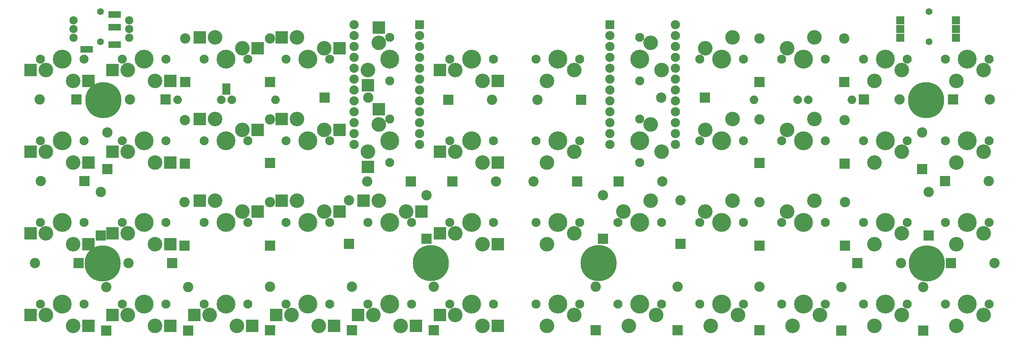
<source format=gts>
G04 #@! TF.FileFunction,Soldermask,Top*
%FSLAX46Y46*%
G04 Gerber Fmt 4.6, Leading zero omitted, Abs format (unit mm)*
G04 Created by KiCad (PCBNEW 4.0.1-stable) date 10-10-2017 08:31:20*
%MOMM*%
G01*
G04 APERTURE LIST*
%ADD10C,0.100000*%
%ADD11C,1.600000*%
%ADD12C,2.000000*%
%ADD13O,2.000000X2.000000*%
%ADD14C,8.400000*%
%ADD15C,2.398980*%
%ADD16R,2.398980X2.398980*%
%ADD17R,1.924000X1.924000*%
%ADD18C,1.924000*%
%ADD19C,4.400000*%
%ADD20C,2.100000*%
%ADD21C,3.400000*%
%ADD22R,2.152600X2.152600*%
%ADD23C,2.152600*%
%ADD24R,2.900000X2.950000*%
%ADD25R,2.950000X2.900000*%
%ADD26R,2.900000X1.600000*%
%ADD27R,1.900000X1.400000*%
G04 APERTURE END LIST*
D10*
D11*
X244855000Y-60815000D03*
X244855000Y-67815000D03*
D12*
X216759000Y-81388000D03*
D13*
X226919000Y-81388000D03*
D12*
X214346000Y-81388000D03*
D13*
X204186000Y-81388000D03*
D14*
X167991000Y-119488000D03*
D15*
X244823460Y-102840000D03*
D16*
X244823460Y-113000000D03*
D15*
X169007000Y-103613000D03*
D16*
X169007000Y-113773000D03*
D15*
X153790000Y-81352540D03*
D16*
X163950000Y-81352540D03*
D15*
X182596000Y-80882540D03*
D16*
X192756000Y-80882540D03*
D15*
X205456000Y-67037000D03*
D16*
X205456000Y-77197000D03*
D15*
X225197460Y-67090000D03*
D16*
X225197460Y-77250000D03*
D15*
X238000000Y-81250000D03*
D16*
X229750000Y-81297460D03*
D15*
X259060000Y-81247460D03*
D16*
X250500000Y-81250000D03*
D15*
X243244380Y-88967000D03*
D16*
X243291840Y-97517000D03*
D15*
X225247460Y-86140000D03*
D16*
X225247460Y-96300000D03*
D15*
X205453460Y-85960000D03*
D16*
X205453460Y-96120000D03*
D15*
X182860000Y-100447460D03*
D16*
X172700000Y-100447460D03*
D15*
X167356000Y-124949000D03*
D16*
X167356000Y-135109000D03*
D15*
X152890000Y-100402540D03*
D16*
X163050000Y-100402540D03*
D15*
X187047460Y-104790000D03*
D16*
X187047460Y-114950000D03*
D15*
X205453460Y-105264000D03*
D16*
X205453460Y-115424000D03*
D15*
X225297460Y-105240000D03*
D16*
X225297460Y-115400000D03*
D15*
X258760000Y-100347460D03*
D16*
X248600000Y-100347460D03*
D15*
X238410000Y-119497460D03*
D16*
X228250000Y-119497460D03*
D15*
X224506000Y-125076000D03*
D16*
X224506000Y-135236000D03*
D15*
X205453460Y-124949000D03*
D16*
X205453460Y-135109000D03*
D15*
X186406000Y-124949000D03*
D16*
X186406000Y-135109000D03*
D15*
X243553460Y-125076000D03*
D16*
X243553460Y-135236000D03*
D14*
X244350000Y-119550000D03*
X244200000Y-81450000D03*
D17*
X238222000Y-66846000D03*
X238222000Y-64846000D03*
X238222000Y-62846000D03*
X238222000Y-66846000D03*
X238222000Y-64846000D03*
X238222000Y-62846000D03*
D18*
X238232000Y-64856000D03*
X238212000Y-62846000D03*
X238232000Y-66856000D03*
D17*
X251186000Y-66846000D03*
X251186000Y-64846000D03*
X251186000Y-62846000D03*
X251186000Y-66846000D03*
X251186000Y-64846000D03*
X251186000Y-62846000D03*
D18*
X251196000Y-64856000D03*
X251176000Y-62846000D03*
X251196000Y-66856000D03*
D15*
X260160000Y-119497460D03*
D16*
X250000000Y-119497460D03*
D19*
X158500000Y-71850000D03*
D20*
X163580000Y-71850000D03*
X153420000Y-71850000D03*
D21*
X162310000Y-74390000D03*
X155960000Y-76930000D03*
D19*
X177550000Y-71850000D03*
D20*
X177550000Y-66770000D03*
X177550000Y-76930000D03*
D21*
X180090000Y-68040000D03*
X182630000Y-74390000D03*
D19*
X196600000Y-71850000D03*
D20*
X191520000Y-71850000D03*
X201680000Y-71850000D03*
D21*
X192790000Y-69310000D03*
X199140000Y-66770000D03*
D19*
X215650000Y-71850000D03*
D20*
X210570000Y-71850000D03*
X220730000Y-71850000D03*
D21*
X211840000Y-69310000D03*
X218190000Y-66770000D03*
D19*
X234700000Y-71850000D03*
D20*
X239780000Y-71850000D03*
X229620000Y-71850000D03*
D21*
X238510000Y-74390000D03*
X232160000Y-76930000D03*
D19*
X253750000Y-71850000D03*
D20*
X258830000Y-71850000D03*
X248670000Y-71850000D03*
D21*
X257560000Y-74390000D03*
X251210000Y-76930000D03*
D19*
X196600000Y-90900000D03*
D20*
X191520000Y-90900000D03*
X201680000Y-90900000D03*
D21*
X192790000Y-88360000D03*
X199140000Y-85820000D03*
D19*
X215650000Y-90900000D03*
D20*
X210570000Y-90900000D03*
X220730000Y-90900000D03*
D21*
X211840000Y-88360000D03*
X218190000Y-85820000D03*
D19*
X234700000Y-90900000D03*
D20*
X239780000Y-90900000D03*
X229620000Y-90900000D03*
D21*
X238510000Y-93440000D03*
X232160000Y-95980000D03*
D19*
X253750000Y-90900000D03*
D20*
X258830000Y-90900000D03*
X248670000Y-90900000D03*
D21*
X257560000Y-93440000D03*
X251210000Y-95980000D03*
D19*
X158500000Y-109950000D03*
D20*
X163580000Y-109950000D03*
X153420000Y-109950000D03*
D21*
X162310000Y-112490000D03*
X155960000Y-115030000D03*
D19*
X177550000Y-109950000D03*
D20*
X172470000Y-109950000D03*
X182630000Y-109950000D03*
D21*
X173740000Y-107410000D03*
X180090000Y-104870000D03*
D19*
X196600000Y-109950000D03*
D20*
X191520000Y-109950000D03*
X201680000Y-109950000D03*
D21*
X192790000Y-107410000D03*
X199140000Y-104870000D03*
D19*
X215650000Y-109950000D03*
D20*
X210570000Y-109950000D03*
X220730000Y-109950000D03*
D21*
X211840000Y-107410000D03*
X218190000Y-104870000D03*
D19*
X234700000Y-109950000D03*
D20*
X239780000Y-109950000D03*
X229620000Y-109950000D03*
D21*
X238510000Y-112490000D03*
X232160000Y-115030000D03*
D19*
X253750000Y-109950000D03*
D20*
X258830000Y-109950000D03*
X248670000Y-109950000D03*
D21*
X257560000Y-112490000D03*
X251210000Y-115030000D03*
D19*
X158500000Y-129000000D03*
D20*
X163580000Y-129000000D03*
X153420000Y-129000000D03*
D21*
X162310000Y-131540000D03*
X155960000Y-134080000D03*
D19*
X177550000Y-129000000D03*
D20*
X182630000Y-129000000D03*
X172470000Y-129000000D03*
D21*
X181360000Y-131540000D03*
X175010000Y-134080000D03*
D19*
X196600000Y-129000000D03*
D20*
X201680000Y-129000000D03*
X191520000Y-129000000D03*
D21*
X200410000Y-131540000D03*
X194060000Y-134080000D03*
D19*
X215650000Y-129000000D03*
D20*
X220730000Y-129000000D03*
X210570000Y-129000000D03*
D21*
X219460000Y-131540000D03*
X213110000Y-134080000D03*
D19*
X234700000Y-129000000D03*
D20*
X239780000Y-129000000D03*
X229620000Y-129000000D03*
D21*
X238510000Y-131540000D03*
X232160000Y-134080000D03*
D19*
X253750000Y-129000000D03*
D20*
X258830000Y-129000000D03*
X248670000Y-129000000D03*
D21*
X257560000Y-131540000D03*
X251210000Y-134080000D03*
D19*
X158500000Y-90900000D03*
D20*
X163580000Y-90900000D03*
X153420000Y-90900000D03*
D21*
X162310000Y-93440000D03*
X155960000Y-95980000D03*
D19*
X177550000Y-90900000D03*
D20*
X177550000Y-85820000D03*
X177550000Y-95980000D03*
D21*
X180090000Y-87090000D03*
X182630000Y-93440000D03*
D22*
X170658000Y-63862000D03*
D23*
X170658000Y-66402000D03*
X170658000Y-68942000D03*
X170658000Y-71482000D03*
X170658000Y-74022000D03*
X170658000Y-76562000D03*
X170658000Y-79102000D03*
X170658000Y-81642000D03*
X170658000Y-84182000D03*
X170658000Y-86722000D03*
X170658000Y-89262000D03*
X170658000Y-91802000D03*
X185898000Y-91802000D03*
X185898000Y-89262000D03*
X185898000Y-86722000D03*
X185898000Y-84182000D03*
X185898000Y-81642000D03*
X185898000Y-79102000D03*
X185898000Y-76562000D03*
X185898000Y-68942000D03*
X185898000Y-66402000D03*
X185898000Y-63862000D03*
X185898000Y-74022000D03*
X185898000Y-71482000D03*
D22*
X126342000Y-63862000D03*
D23*
X126342000Y-66402000D03*
X126342000Y-68942000D03*
X126342000Y-71482000D03*
X126342000Y-74022000D03*
X126342000Y-76562000D03*
X126342000Y-79102000D03*
X126342000Y-81642000D03*
X126342000Y-84182000D03*
X126342000Y-86722000D03*
X126342000Y-89262000D03*
X126342000Y-91802000D03*
X111102000Y-91802000D03*
X111102000Y-89262000D03*
X111102000Y-86722000D03*
X111102000Y-84182000D03*
X111102000Y-81642000D03*
X111102000Y-79102000D03*
X111102000Y-76562000D03*
X111102000Y-68942000D03*
X111102000Y-66402000D03*
X111102000Y-63862000D03*
X111102000Y-74022000D03*
X111102000Y-71482000D03*
D19*
X119450000Y-90900000D03*
D20*
X119450000Y-85820000D03*
X119450000Y-95980000D03*
D21*
X116910000Y-87090000D03*
X114370000Y-93440000D03*
D24*
X114370000Y-96990000D03*
X116910000Y-83540000D03*
D19*
X138500000Y-90900000D03*
D20*
X133420000Y-90900000D03*
X143580000Y-90900000D03*
D21*
X134690000Y-93440000D03*
X141040000Y-95980000D03*
D25*
X144590000Y-95980000D03*
X131140000Y-93440000D03*
D19*
X43250000Y-129000000D03*
D20*
X38170000Y-129000000D03*
X48330000Y-129000000D03*
D21*
X39440000Y-131540000D03*
X45790000Y-134080000D03*
D25*
X49340000Y-134080000D03*
X35890000Y-131540000D03*
D19*
X62300000Y-129000000D03*
D20*
X57220000Y-129000000D03*
X67380000Y-129000000D03*
D21*
X58490000Y-131540000D03*
X64840000Y-134080000D03*
D25*
X68390000Y-134080000D03*
X54940000Y-131540000D03*
D19*
X81350000Y-129000000D03*
D20*
X76270000Y-129000000D03*
X86430000Y-129000000D03*
D21*
X77540000Y-131540000D03*
X83890000Y-134080000D03*
D25*
X87440000Y-134080000D03*
X73990000Y-131540000D03*
D19*
X100400000Y-129000000D03*
D20*
X95320000Y-129000000D03*
X105480000Y-129000000D03*
D21*
X96590000Y-131540000D03*
X102940000Y-134080000D03*
D25*
X106490000Y-134080000D03*
X93040000Y-131540000D03*
D19*
X119450000Y-129000000D03*
D20*
X114370000Y-129000000D03*
X124530000Y-129000000D03*
D21*
X115640000Y-131540000D03*
X121990000Y-134080000D03*
D25*
X125540000Y-134080000D03*
X112090000Y-131540000D03*
D19*
X138500000Y-129000000D03*
D20*
X133420000Y-129000000D03*
X143580000Y-129000000D03*
D21*
X134690000Y-131540000D03*
X141040000Y-134080000D03*
D25*
X144590000Y-134080000D03*
X131140000Y-131540000D03*
D19*
X43250000Y-109950000D03*
D20*
X38170000Y-109950000D03*
X48330000Y-109950000D03*
D21*
X39440000Y-112490000D03*
X45790000Y-115030000D03*
D25*
X49340000Y-115030000D03*
X35890000Y-112490000D03*
D19*
X62300000Y-109950000D03*
D20*
X57220000Y-109950000D03*
X67380000Y-109950000D03*
D21*
X58490000Y-112490000D03*
X64840000Y-115030000D03*
D25*
X68390000Y-115030000D03*
X54940000Y-112490000D03*
D19*
X81350000Y-109950000D03*
D20*
X86430000Y-109950000D03*
X76270000Y-109950000D03*
D21*
X85160000Y-107410000D03*
X78810000Y-104870000D03*
D25*
X75260000Y-104870000D03*
X88710000Y-107410000D03*
D19*
X100400000Y-109950000D03*
D20*
X105480000Y-109950000D03*
X95320000Y-109950000D03*
D21*
X104210000Y-107410000D03*
X97860000Y-104870000D03*
D25*
X94310000Y-104870000D03*
X107760000Y-107410000D03*
D19*
X119450000Y-109950000D03*
D20*
X124530000Y-109950000D03*
X114370000Y-109950000D03*
D21*
X123260000Y-107410000D03*
X116910000Y-104870000D03*
D25*
X113360000Y-104870000D03*
X126810000Y-107410000D03*
D19*
X138500000Y-109950000D03*
D20*
X133420000Y-109950000D03*
X143580000Y-109950000D03*
D21*
X134690000Y-112490000D03*
X141040000Y-115030000D03*
D25*
X144590000Y-115030000D03*
X131140000Y-112490000D03*
D19*
X43250000Y-90900000D03*
D20*
X38170000Y-90900000D03*
X48330000Y-90900000D03*
D21*
X39440000Y-93440000D03*
X45790000Y-95980000D03*
D25*
X49340000Y-95980000D03*
X35890000Y-93440000D03*
D19*
X62300000Y-90900000D03*
D20*
X57220000Y-90900000D03*
X67380000Y-90900000D03*
D21*
X58490000Y-93440000D03*
X64840000Y-95980000D03*
D25*
X68390000Y-95980000D03*
X54940000Y-93440000D03*
D19*
X81350000Y-90900000D03*
D20*
X86430000Y-90900000D03*
X76270000Y-90900000D03*
D21*
X85160000Y-88360000D03*
X78810000Y-85820000D03*
D25*
X75260000Y-85820000D03*
X88710000Y-88360000D03*
D19*
X100400000Y-90900000D03*
D20*
X105480000Y-90900000D03*
X95320000Y-90900000D03*
D21*
X104210000Y-88360000D03*
X97860000Y-85820000D03*
D25*
X94310000Y-85820000D03*
X107760000Y-88360000D03*
D19*
X43250000Y-71850000D03*
D20*
X38170000Y-71850000D03*
X48330000Y-71850000D03*
D21*
X39440000Y-74390000D03*
X45790000Y-76930000D03*
D25*
X49340000Y-76930000D03*
X35890000Y-74390000D03*
D19*
X62300000Y-71850000D03*
D20*
X57220000Y-71850000D03*
X67380000Y-71850000D03*
D21*
X58490000Y-74390000D03*
X64840000Y-76930000D03*
D25*
X68390000Y-76930000D03*
X54940000Y-74390000D03*
D19*
X81350000Y-71850000D03*
D20*
X86430000Y-71850000D03*
X76270000Y-71850000D03*
D21*
X85160000Y-69310000D03*
X78810000Y-66770000D03*
D25*
X75260000Y-66770000D03*
X88710000Y-69310000D03*
D19*
X100400000Y-71850000D03*
D20*
X105480000Y-71850000D03*
X95320000Y-71850000D03*
D21*
X104210000Y-69310000D03*
X97860000Y-66770000D03*
D25*
X94310000Y-66770000D03*
X107760000Y-69310000D03*
D19*
X119450000Y-71850000D03*
D20*
X119450000Y-66770000D03*
X119450000Y-76930000D03*
D21*
X116910000Y-68040000D03*
X114370000Y-74390000D03*
D24*
X114370000Y-77940000D03*
X116910000Y-64490000D03*
D19*
X138500000Y-71850000D03*
D20*
X133420000Y-71850000D03*
X143580000Y-71850000D03*
D21*
X134690000Y-74390000D03*
X141040000Y-76930000D03*
D25*
X144590000Y-76930000D03*
X131140000Y-74390000D03*
D15*
X36840000Y-119497460D03*
D16*
X47000000Y-119497460D03*
D18*
X45804000Y-64856000D03*
X45824000Y-62846000D03*
X45804000Y-66856000D03*
X58768000Y-64856000D03*
X58788000Y-62846000D03*
X58768000Y-66856000D03*
D14*
X52800000Y-81450000D03*
X52650000Y-119550000D03*
D15*
X53446540Y-125076000D03*
D16*
X53446540Y-135236000D03*
D15*
X110594000Y-124949000D03*
D16*
X110594000Y-135109000D03*
D15*
X91546540Y-124949000D03*
D16*
X91546540Y-135109000D03*
D15*
X72494000Y-125076000D03*
D16*
X72494000Y-135236000D03*
D15*
X58590000Y-119497460D03*
D16*
X68750000Y-119497460D03*
D15*
X38240000Y-100347460D03*
D16*
X48400000Y-100347460D03*
D15*
X71702540Y-105240000D03*
D16*
X71702540Y-115400000D03*
D15*
X91546540Y-105264000D03*
D16*
X91546540Y-115424000D03*
D15*
X109952540Y-104790000D03*
D16*
X109952540Y-114950000D03*
D15*
X144110000Y-100402540D03*
D16*
X133950000Y-100402540D03*
D15*
X129644000Y-124949000D03*
D16*
X129644000Y-135109000D03*
D15*
X114140000Y-100447460D03*
D16*
X124300000Y-100447460D03*
D15*
X91546540Y-85960000D03*
D16*
X91546540Y-96120000D03*
D15*
X71752540Y-86140000D03*
D16*
X71752540Y-96300000D03*
D15*
X53755620Y-88967000D03*
D16*
X53708160Y-97517000D03*
D15*
X37940000Y-81247460D03*
D16*
X46500000Y-81250000D03*
D15*
X59000000Y-81250000D03*
D16*
X67250000Y-81297460D03*
D15*
X71802540Y-67090000D03*
D16*
X71802540Y-77250000D03*
D15*
X91544000Y-67037000D03*
D16*
X91544000Y-77197000D03*
D15*
X114404000Y-80882540D03*
D16*
X104244000Y-80882540D03*
D15*
X143210000Y-81352540D03*
D16*
X133050000Y-81352540D03*
D15*
X127993000Y-103613000D03*
D16*
X127993000Y-113773000D03*
D15*
X52176540Y-102840000D03*
D16*
X52176540Y-113000000D03*
D14*
X129009000Y-119488000D03*
D12*
X82654000Y-81388000D03*
D13*
X92814000Y-81388000D03*
D12*
X80241000Y-81388000D03*
D13*
X70081000Y-81388000D03*
D26*
X48895000Y-69565000D03*
X55395000Y-68465000D03*
X55395000Y-64465000D03*
X55395000Y-61465000D03*
D11*
X52145000Y-60815000D03*
X52145000Y-67815000D03*
D27*
X81384000Y-78213000D03*
X81384000Y-79483000D03*
M02*

</source>
